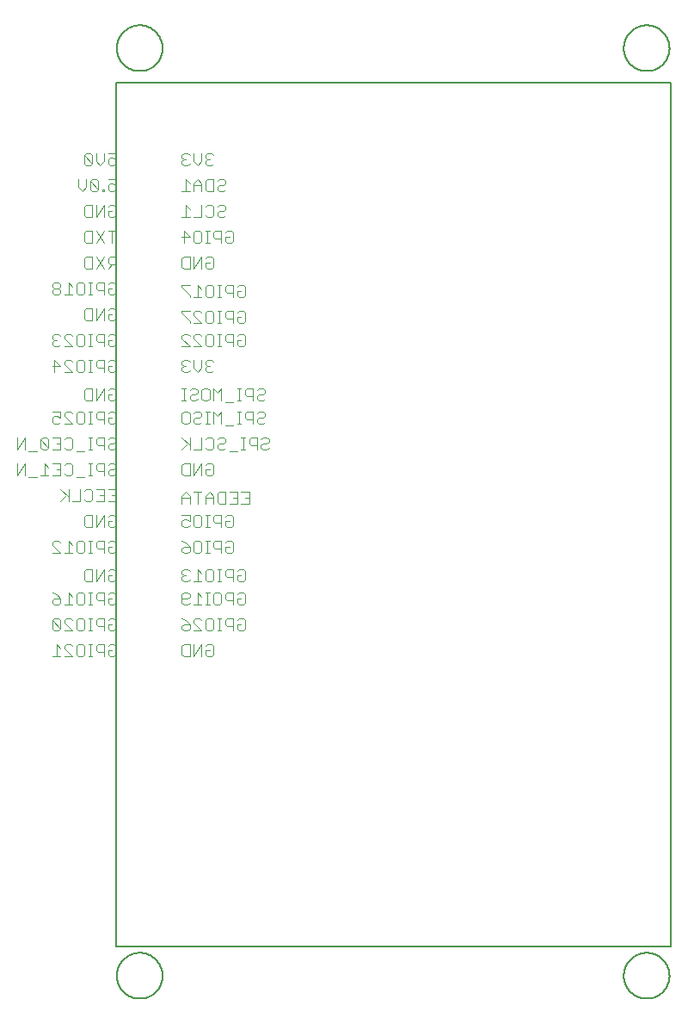
<source format=gbr>
G04 EAGLE Gerber RS-274X export*
G75*
%MOMM*%
%FSLAX34Y34*%
%LPD*%
%INSilkscreen Bottom*%
%IPPOS*%
%AMOC8*
5,1,8,0,0,1.08239X$1,22.5*%
G01*
%ADD10C,0.203200*%
%ADD11C,0.127000*%
%ADD12C,0.101600*%


D10*
X11790Y-31750D02*
X11797Y-31198D01*
X11817Y-30646D01*
X11851Y-30095D01*
X11898Y-29545D01*
X11959Y-28996D01*
X12034Y-28449D01*
X12121Y-27903D01*
X12222Y-27360D01*
X12337Y-26820D01*
X12464Y-26283D01*
X12605Y-25749D01*
X12759Y-25219D01*
X12926Y-24692D01*
X13105Y-24170D01*
X13298Y-23652D01*
X13503Y-23140D01*
X13720Y-22632D01*
X13950Y-22130D01*
X14192Y-21634D01*
X14447Y-21144D01*
X14713Y-20660D01*
X14991Y-20183D01*
X15281Y-19713D01*
X15582Y-19250D01*
X15894Y-18794D01*
X16218Y-18347D01*
X16552Y-17907D01*
X16897Y-17476D01*
X17253Y-17054D01*
X17619Y-16640D01*
X17994Y-16235D01*
X18380Y-15840D01*
X18775Y-15454D01*
X19180Y-15079D01*
X19594Y-14713D01*
X20016Y-14357D01*
X20447Y-14012D01*
X20887Y-13678D01*
X21334Y-13354D01*
X21790Y-13042D01*
X22253Y-12741D01*
X22723Y-12451D01*
X23200Y-12173D01*
X23684Y-11907D01*
X24174Y-11652D01*
X24670Y-11410D01*
X25172Y-11180D01*
X25680Y-10963D01*
X26192Y-10758D01*
X26710Y-10565D01*
X27232Y-10386D01*
X27759Y-10219D01*
X28289Y-10065D01*
X28823Y-9924D01*
X29360Y-9797D01*
X29900Y-9682D01*
X30443Y-9581D01*
X30989Y-9494D01*
X31536Y-9419D01*
X32085Y-9358D01*
X32635Y-9311D01*
X33186Y-9277D01*
X33738Y-9257D01*
X34290Y-9250D01*
X34842Y-9257D01*
X35394Y-9277D01*
X35945Y-9311D01*
X36495Y-9358D01*
X37044Y-9419D01*
X37591Y-9494D01*
X38137Y-9581D01*
X38680Y-9682D01*
X39220Y-9797D01*
X39757Y-9924D01*
X40291Y-10065D01*
X40821Y-10219D01*
X41348Y-10386D01*
X41870Y-10565D01*
X42388Y-10758D01*
X42900Y-10963D01*
X43408Y-11180D01*
X43910Y-11410D01*
X44406Y-11652D01*
X44896Y-11907D01*
X45380Y-12173D01*
X45857Y-12451D01*
X46327Y-12741D01*
X46790Y-13042D01*
X47246Y-13354D01*
X47693Y-13678D01*
X48133Y-14012D01*
X48564Y-14357D01*
X48986Y-14713D01*
X49400Y-15079D01*
X49805Y-15454D01*
X50200Y-15840D01*
X50586Y-16235D01*
X50961Y-16640D01*
X51327Y-17054D01*
X51683Y-17476D01*
X52028Y-17907D01*
X52362Y-18347D01*
X52686Y-18794D01*
X52998Y-19250D01*
X53299Y-19713D01*
X53589Y-20183D01*
X53867Y-20660D01*
X54133Y-21144D01*
X54388Y-21634D01*
X54630Y-22130D01*
X54860Y-22632D01*
X55077Y-23140D01*
X55282Y-23652D01*
X55475Y-24170D01*
X55654Y-24692D01*
X55821Y-25219D01*
X55975Y-25749D01*
X56116Y-26283D01*
X56243Y-26820D01*
X56358Y-27360D01*
X56459Y-27903D01*
X56546Y-28449D01*
X56621Y-28996D01*
X56682Y-29545D01*
X56729Y-30095D01*
X56763Y-30646D01*
X56783Y-31198D01*
X56790Y-31750D01*
X56783Y-32302D01*
X56763Y-32854D01*
X56729Y-33405D01*
X56682Y-33955D01*
X56621Y-34504D01*
X56546Y-35051D01*
X56459Y-35597D01*
X56358Y-36140D01*
X56243Y-36680D01*
X56116Y-37217D01*
X55975Y-37751D01*
X55821Y-38281D01*
X55654Y-38808D01*
X55475Y-39330D01*
X55282Y-39848D01*
X55077Y-40360D01*
X54860Y-40868D01*
X54630Y-41370D01*
X54388Y-41866D01*
X54133Y-42356D01*
X53867Y-42840D01*
X53589Y-43317D01*
X53299Y-43787D01*
X52998Y-44250D01*
X52686Y-44706D01*
X52362Y-45153D01*
X52028Y-45593D01*
X51683Y-46024D01*
X51327Y-46446D01*
X50961Y-46860D01*
X50586Y-47265D01*
X50200Y-47660D01*
X49805Y-48046D01*
X49400Y-48421D01*
X48986Y-48787D01*
X48564Y-49143D01*
X48133Y-49488D01*
X47693Y-49822D01*
X47246Y-50146D01*
X46790Y-50458D01*
X46327Y-50759D01*
X45857Y-51049D01*
X45380Y-51327D01*
X44896Y-51593D01*
X44406Y-51848D01*
X43910Y-52090D01*
X43408Y-52320D01*
X42900Y-52537D01*
X42388Y-52742D01*
X41870Y-52935D01*
X41348Y-53114D01*
X40821Y-53281D01*
X40291Y-53435D01*
X39757Y-53576D01*
X39220Y-53703D01*
X38680Y-53818D01*
X38137Y-53919D01*
X37591Y-54006D01*
X37044Y-54081D01*
X36495Y-54142D01*
X35945Y-54189D01*
X35394Y-54223D01*
X34842Y-54243D01*
X34290Y-54250D01*
X33738Y-54243D01*
X33186Y-54223D01*
X32635Y-54189D01*
X32085Y-54142D01*
X31536Y-54081D01*
X30989Y-54006D01*
X30443Y-53919D01*
X29900Y-53818D01*
X29360Y-53703D01*
X28823Y-53576D01*
X28289Y-53435D01*
X27759Y-53281D01*
X27232Y-53114D01*
X26710Y-52935D01*
X26192Y-52742D01*
X25680Y-52537D01*
X25172Y-52320D01*
X24670Y-52090D01*
X24174Y-51848D01*
X23684Y-51593D01*
X23200Y-51327D01*
X22723Y-51049D01*
X22253Y-50759D01*
X21790Y-50458D01*
X21334Y-50146D01*
X20887Y-49822D01*
X20447Y-49488D01*
X20016Y-49143D01*
X19594Y-48787D01*
X19180Y-48421D01*
X18775Y-48046D01*
X18380Y-47660D01*
X17994Y-47265D01*
X17619Y-46860D01*
X17253Y-46446D01*
X16897Y-46024D01*
X16552Y-45593D01*
X16218Y-45153D01*
X15894Y-44706D01*
X15582Y-44250D01*
X15281Y-43787D01*
X14991Y-43317D01*
X14713Y-42840D01*
X14447Y-42356D01*
X14192Y-41866D01*
X13950Y-41370D01*
X13720Y-40868D01*
X13503Y-40360D01*
X13298Y-39848D01*
X13105Y-39330D01*
X12926Y-38808D01*
X12759Y-38281D01*
X12605Y-37751D01*
X12464Y-37217D01*
X12337Y-36680D01*
X12222Y-36140D01*
X12121Y-35597D01*
X12034Y-35051D01*
X11959Y-34504D01*
X11898Y-33955D01*
X11851Y-33405D01*
X11817Y-32854D01*
X11797Y-32302D01*
X11790Y-31750D01*
X510900Y880110D02*
X510907Y880662D01*
X510927Y881214D01*
X510961Y881765D01*
X511008Y882315D01*
X511069Y882864D01*
X511144Y883411D01*
X511231Y883957D01*
X511332Y884500D01*
X511447Y885040D01*
X511574Y885577D01*
X511715Y886111D01*
X511869Y886641D01*
X512036Y887168D01*
X512215Y887690D01*
X512408Y888208D01*
X512613Y888720D01*
X512830Y889228D01*
X513060Y889730D01*
X513302Y890226D01*
X513557Y890716D01*
X513823Y891200D01*
X514101Y891677D01*
X514391Y892147D01*
X514692Y892610D01*
X515004Y893066D01*
X515328Y893513D01*
X515662Y893953D01*
X516007Y894384D01*
X516363Y894806D01*
X516729Y895220D01*
X517104Y895625D01*
X517490Y896020D01*
X517885Y896406D01*
X518290Y896781D01*
X518704Y897147D01*
X519126Y897503D01*
X519557Y897848D01*
X519997Y898182D01*
X520444Y898506D01*
X520900Y898818D01*
X521363Y899119D01*
X521833Y899409D01*
X522310Y899687D01*
X522794Y899953D01*
X523284Y900208D01*
X523780Y900450D01*
X524282Y900680D01*
X524790Y900897D01*
X525302Y901102D01*
X525820Y901295D01*
X526342Y901474D01*
X526869Y901641D01*
X527399Y901795D01*
X527933Y901936D01*
X528470Y902063D01*
X529010Y902178D01*
X529553Y902279D01*
X530099Y902366D01*
X530646Y902441D01*
X531195Y902502D01*
X531745Y902549D01*
X532296Y902583D01*
X532848Y902603D01*
X533400Y902610D01*
X533952Y902603D01*
X534504Y902583D01*
X535055Y902549D01*
X535605Y902502D01*
X536154Y902441D01*
X536701Y902366D01*
X537247Y902279D01*
X537790Y902178D01*
X538330Y902063D01*
X538867Y901936D01*
X539401Y901795D01*
X539931Y901641D01*
X540458Y901474D01*
X540980Y901295D01*
X541498Y901102D01*
X542010Y900897D01*
X542518Y900680D01*
X543020Y900450D01*
X543516Y900208D01*
X544006Y899953D01*
X544490Y899687D01*
X544967Y899409D01*
X545437Y899119D01*
X545900Y898818D01*
X546356Y898506D01*
X546803Y898182D01*
X547243Y897848D01*
X547674Y897503D01*
X548096Y897147D01*
X548510Y896781D01*
X548915Y896406D01*
X549310Y896020D01*
X549696Y895625D01*
X550071Y895220D01*
X550437Y894806D01*
X550793Y894384D01*
X551138Y893953D01*
X551472Y893513D01*
X551796Y893066D01*
X552108Y892610D01*
X552409Y892147D01*
X552699Y891677D01*
X552977Y891200D01*
X553243Y890716D01*
X553498Y890226D01*
X553740Y889730D01*
X553970Y889228D01*
X554187Y888720D01*
X554392Y888208D01*
X554585Y887690D01*
X554764Y887168D01*
X554931Y886641D01*
X555085Y886111D01*
X555226Y885577D01*
X555353Y885040D01*
X555468Y884500D01*
X555569Y883957D01*
X555656Y883411D01*
X555731Y882864D01*
X555792Y882315D01*
X555839Y881765D01*
X555873Y881214D01*
X555893Y880662D01*
X555900Y880110D01*
X555893Y879558D01*
X555873Y879006D01*
X555839Y878455D01*
X555792Y877905D01*
X555731Y877356D01*
X555656Y876809D01*
X555569Y876263D01*
X555468Y875720D01*
X555353Y875180D01*
X555226Y874643D01*
X555085Y874109D01*
X554931Y873579D01*
X554764Y873052D01*
X554585Y872530D01*
X554392Y872012D01*
X554187Y871500D01*
X553970Y870992D01*
X553740Y870490D01*
X553498Y869994D01*
X553243Y869504D01*
X552977Y869020D01*
X552699Y868543D01*
X552409Y868073D01*
X552108Y867610D01*
X551796Y867154D01*
X551472Y866707D01*
X551138Y866267D01*
X550793Y865836D01*
X550437Y865414D01*
X550071Y865000D01*
X549696Y864595D01*
X549310Y864200D01*
X548915Y863814D01*
X548510Y863439D01*
X548096Y863073D01*
X547674Y862717D01*
X547243Y862372D01*
X546803Y862038D01*
X546356Y861714D01*
X545900Y861402D01*
X545437Y861101D01*
X544967Y860811D01*
X544490Y860533D01*
X544006Y860267D01*
X543516Y860012D01*
X543020Y859770D01*
X542518Y859540D01*
X542010Y859323D01*
X541498Y859118D01*
X540980Y858925D01*
X540458Y858746D01*
X539931Y858579D01*
X539401Y858425D01*
X538867Y858284D01*
X538330Y858157D01*
X537790Y858042D01*
X537247Y857941D01*
X536701Y857854D01*
X536154Y857779D01*
X535605Y857718D01*
X535055Y857671D01*
X534504Y857637D01*
X533952Y857617D01*
X533400Y857610D01*
X532848Y857617D01*
X532296Y857637D01*
X531745Y857671D01*
X531195Y857718D01*
X530646Y857779D01*
X530099Y857854D01*
X529553Y857941D01*
X529010Y858042D01*
X528470Y858157D01*
X527933Y858284D01*
X527399Y858425D01*
X526869Y858579D01*
X526342Y858746D01*
X525820Y858925D01*
X525302Y859118D01*
X524790Y859323D01*
X524282Y859540D01*
X523780Y859770D01*
X523284Y860012D01*
X522794Y860267D01*
X522310Y860533D01*
X521833Y860811D01*
X521363Y861101D01*
X520900Y861402D01*
X520444Y861714D01*
X519997Y862038D01*
X519557Y862372D01*
X519126Y862717D01*
X518704Y863073D01*
X518290Y863439D01*
X517885Y863814D01*
X517490Y864200D01*
X517104Y864595D01*
X516729Y865000D01*
X516363Y865414D01*
X516007Y865836D01*
X515662Y866267D01*
X515328Y866707D01*
X515004Y867154D01*
X514692Y867610D01*
X514391Y868073D01*
X514101Y868543D01*
X513823Y869020D01*
X513557Y869504D01*
X513302Y869994D01*
X513060Y870490D01*
X512830Y870992D01*
X512613Y871500D01*
X512408Y872012D01*
X512215Y872530D01*
X512036Y873052D01*
X511869Y873579D01*
X511715Y874109D01*
X511574Y874643D01*
X511447Y875180D01*
X511332Y875720D01*
X511231Y876263D01*
X511144Y876809D01*
X511069Y877356D01*
X511008Y877905D01*
X510961Y878455D01*
X510927Y879006D01*
X510907Y879558D01*
X510900Y880110D01*
X510900Y-31750D02*
X510907Y-31198D01*
X510927Y-30646D01*
X510961Y-30095D01*
X511008Y-29545D01*
X511069Y-28996D01*
X511144Y-28449D01*
X511231Y-27903D01*
X511332Y-27360D01*
X511447Y-26820D01*
X511574Y-26283D01*
X511715Y-25749D01*
X511869Y-25219D01*
X512036Y-24692D01*
X512215Y-24170D01*
X512408Y-23652D01*
X512613Y-23140D01*
X512830Y-22632D01*
X513060Y-22130D01*
X513302Y-21634D01*
X513557Y-21144D01*
X513823Y-20660D01*
X514101Y-20183D01*
X514391Y-19713D01*
X514692Y-19250D01*
X515004Y-18794D01*
X515328Y-18347D01*
X515662Y-17907D01*
X516007Y-17476D01*
X516363Y-17054D01*
X516729Y-16640D01*
X517104Y-16235D01*
X517490Y-15840D01*
X517885Y-15454D01*
X518290Y-15079D01*
X518704Y-14713D01*
X519126Y-14357D01*
X519557Y-14012D01*
X519997Y-13678D01*
X520444Y-13354D01*
X520900Y-13042D01*
X521363Y-12741D01*
X521833Y-12451D01*
X522310Y-12173D01*
X522794Y-11907D01*
X523284Y-11652D01*
X523780Y-11410D01*
X524282Y-11180D01*
X524790Y-10963D01*
X525302Y-10758D01*
X525820Y-10565D01*
X526342Y-10386D01*
X526869Y-10219D01*
X527399Y-10065D01*
X527933Y-9924D01*
X528470Y-9797D01*
X529010Y-9682D01*
X529553Y-9581D01*
X530099Y-9494D01*
X530646Y-9419D01*
X531195Y-9358D01*
X531745Y-9311D01*
X532296Y-9277D01*
X532848Y-9257D01*
X533400Y-9250D01*
X533952Y-9257D01*
X534504Y-9277D01*
X535055Y-9311D01*
X535605Y-9358D01*
X536154Y-9419D01*
X536701Y-9494D01*
X537247Y-9581D01*
X537790Y-9682D01*
X538330Y-9797D01*
X538867Y-9924D01*
X539401Y-10065D01*
X539931Y-10219D01*
X540458Y-10386D01*
X540980Y-10565D01*
X541498Y-10758D01*
X542010Y-10963D01*
X542518Y-11180D01*
X543020Y-11410D01*
X543516Y-11652D01*
X544006Y-11907D01*
X544490Y-12173D01*
X544967Y-12451D01*
X545437Y-12741D01*
X545900Y-13042D01*
X546356Y-13354D01*
X546803Y-13678D01*
X547243Y-14012D01*
X547674Y-14357D01*
X548096Y-14713D01*
X548510Y-15079D01*
X548915Y-15454D01*
X549310Y-15840D01*
X549696Y-16235D01*
X550071Y-16640D01*
X550437Y-17054D01*
X550793Y-17476D01*
X551138Y-17907D01*
X551472Y-18347D01*
X551796Y-18794D01*
X552108Y-19250D01*
X552409Y-19713D01*
X552699Y-20183D01*
X552977Y-20660D01*
X553243Y-21144D01*
X553498Y-21634D01*
X553740Y-22130D01*
X553970Y-22632D01*
X554187Y-23140D01*
X554392Y-23652D01*
X554585Y-24170D01*
X554764Y-24692D01*
X554931Y-25219D01*
X555085Y-25749D01*
X555226Y-26283D01*
X555353Y-26820D01*
X555468Y-27360D01*
X555569Y-27903D01*
X555656Y-28449D01*
X555731Y-28996D01*
X555792Y-29545D01*
X555839Y-30095D01*
X555873Y-30646D01*
X555893Y-31198D01*
X555900Y-31750D01*
X555893Y-32302D01*
X555873Y-32854D01*
X555839Y-33405D01*
X555792Y-33955D01*
X555731Y-34504D01*
X555656Y-35051D01*
X555569Y-35597D01*
X555468Y-36140D01*
X555353Y-36680D01*
X555226Y-37217D01*
X555085Y-37751D01*
X554931Y-38281D01*
X554764Y-38808D01*
X554585Y-39330D01*
X554392Y-39848D01*
X554187Y-40360D01*
X553970Y-40868D01*
X553740Y-41370D01*
X553498Y-41866D01*
X553243Y-42356D01*
X552977Y-42840D01*
X552699Y-43317D01*
X552409Y-43787D01*
X552108Y-44250D01*
X551796Y-44706D01*
X551472Y-45153D01*
X551138Y-45593D01*
X550793Y-46024D01*
X550437Y-46446D01*
X550071Y-46860D01*
X549696Y-47265D01*
X549310Y-47660D01*
X548915Y-48046D01*
X548510Y-48421D01*
X548096Y-48787D01*
X547674Y-49143D01*
X547243Y-49488D01*
X546803Y-49822D01*
X546356Y-50146D01*
X545900Y-50458D01*
X545437Y-50759D01*
X544967Y-51049D01*
X544490Y-51327D01*
X544006Y-51593D01*
X543516Y-51848D01*
X543020Y-52090D01*
X542518Y-52320D01*
X542010Y-52537D01*
X541498Y-52742D01*
X540980Y-52935D01*
X540458Y-53114D01*
X539931Y-53281D01*
X539401Y-53435D01*
X538867Y-53576D01*
X538330Y-53703D01*
X537790Y-53818D01*
X537247Y-53919D01*
X536701Y-54006D01*
X536154Y-54081D01*
X535605Y-54142D01*
X535055Y-54189D01*
X534504Y-54223D01*
X533952Y-54243D01*
X533400Y-54250D01*
X532848Y-54243D01*
X532296Y-54223D01*
X531745Y-54189D01*
X531195Y-54142D01*
X530646Y-54081D01*
X530099Y-54006D01*
X529553Y-53919D01*
X529010Y-53818D01*
X528470Y-53703D01*
X527933Y-53576D01*
X527399Y-53435D01*
X526869Y-53281D01*
X526342Y-53114D01*
X525820Y-52935D01*
X525302Y-52742D01*
X524790Y-52537D01*
X524282Y-52320D01*
X523780Y-52090D01*
X523284Y-51848D01*
X522794Y-51593D01*
X522310Y-51327D01*
X521833Y-51049D01*
X521363Y-50759D01*
X520900Y-50458D01*
X520444Y-50146D01*
X519997Y-49822D01*
X519557Y-49488D01*
X519126Y-49143D01*
X518704Y-48787D01*
X518290Y-48421D01*
X517885Y-48046D01*
X517490Y-47660D01*
X517104Y-47265D01*
X516729Y-46860D01*
X516363Y-46446D01*
X516007Y-46024D01*
X515662Y-45593D01*
X515328Y-45153D01*
X515004Y-44706D01*
X514692Y-44250D01*
X514391Y-43787D01*
X514101Y-43317D01*
X513823Y-42840D01*
X513557Y-42356D01*
X513302Y-41866D01*
X513060Y-41370D01*
X512830Y-40868D01*
X512613Y-40360D01*
X512408Y-39848D01*
X512215Y-39330D01*
X512036Y-38808D01*
X511869Y-38281D01*
X511715Y-37751D01*
X511574Y-37217D01*
X511447Y-36680D01*
X511332Y-36140D01*
X511231Y-35597D01*
X511144Y-35051D01*
X511069Y-34504D01*
X511008Y-33955D01*
X510961Y-33405D01*
X510927Y-32854D01*
X510907Y-32302D01*
X510900Y-31750D01*
D11*
X557480Y845840D02*
X11480Y845840D01*
X11480Y-3160D01*
X557480Y-3160D01*
X557480Y845840D01*
D10*
X11790Y880110D02*
X11797Y880662D01*
X11817Y881214D01*
X11851Y881765D01*
X11898Y882315D01*
X11959Y882864D01*
X12034Y883411D01*
X12121Y883957D01*
X12222Y884500D01*
X12337Y885040D01*
X12464Y885577D01*
X12605Y886111D01*
X12759Y886641D01*
X12926Y887168D01*
X13105Y887690D01*
X13298Y888208D01*
X13503Y888720D01*
X13720Y889228D01*
X13950Y889730D01*
X14192Y890226D01*
X14447Y890716D01*
X14713Y891200D01*
X14991Y891677D01*
X15281Y892147D01*
X15582Y892610D01*
X15894Y893066D01*
X16218Y893513D01*
X16552Y893953D01*
X16897Y894384D01*
X17253Y894806D01*
X17619Y895220D01*
X17994Y895625D01*
X18380Y896020D01*
X18775Y896406D01*
X19180Y896781D01*
X19594Y897147D01*
X20016Y897503D01*
X20447Y897848D01*
X20887Y898182D01*
X21334Y898506D01*
X21790Y898818D01*
X22253Y899119D01*
X22723Y899409D01*
X23200Y899687D01*
X23684Y899953D01*
X24174Y900208D01*
X24670Y900450D01*
X25172Y900680D01*
X25680Y900897D01*
X26192Y901102D01*
X26710Y901295D01*
X27232Y901474D01*
X27759Y901641D01*
X28289Y901795D01*
X28823Y901936D01*
X29360Y902063D01*
X29900Y902178D01*
X30443Y902279D01*
X30989Y902366D01*
X31536Y902441D01*
X32085Y902502D01*
X32635Y902549D01*
X33186Y902583D01*
X33738Y902603D01*
X34290Y902610D01*
X34842Y902603D01*
X35394Y902583D01*
X35945Y902549D01*
X36495Y902502D01*
X37044Y902441D01*
X37591Y902366D01*
X38137Y902279D01*
X38680Y902178D01*
X39220Y902063D01*
X39757Y901936D01*
X40291Y901795D01*
X40821Y901641D01*
X41348Y901474D01*
X41870Y901295D01*
X42388Y901102D01*
X42900Y900897D01*
X43408Y900680D01*
X43910Y900450D01*
X44406Y900208D01*
X44896Y899953D01*
X45380Y899687D01*
X45857Y899409D01*
X46327Y899119D01*
X46790Y898818D01*
X47246Y898506D01*
X47693Y898182D01*
X48133Y897848D01*
X48564Y897503D01*
X48986Y897147D01*
X49400Y896781D01*
X49805Y896406D01*
X50200Y896020D01*
X50586Y895625D01*
X50961Y895220D01*
X51327Y894806D01*
X51683Y894384D01*
X52028Y893953D01*
X52362Y893513D01*
X52686Y893066D01*
X52998Y892610D01*
X53299Y892147D01*
X53589Y891677D01*
X53867Y891200D01*
X54133Y890716D01*
X54388Y890226D01*
X54630Y889730D01*
X54860Y889228D01*
X55077Y888720D01*
X55282Y888208D01*
X55475Y887690D01*
X55654Y887168D01*
X55821Y886641D01*
X55975Y886111D01*
X56116Y885577D01*
X56243Y885040D01*
X56358Y884500D01*
X56459Y883957D01*
X56546Y883411D01*
X56621Y882864D01*
X56682Y882315D01*
X56729Y881765D01*
X56763Y881214D01*
X56783Y880662D01*
X56790Y880110D01*
X56783Y879558D01*
X56763Y879006D01*
X56729Y878455D01*
X56682Y877905D01*
X56621Y877356D01*
X56546Y876809D01*
X56459Y876263D01*
X56358Y875720D01*
X56243Y875180D01*
X56116Y874643D01*
X55975Y874109D01*
X55821Y873579D01*
X55654Y873052D01*
X55475Y872530D01*
X55282Y872012D01*
X55077Y871500D01*
X54860Y870992D01*
X54630Y870490D01*
X54388Y869994D01*
X54133Y869504D01*
X53867Y869020D01*
X53589Y868543D01*
X53299Y868073D01*
X52998Y867610D01*
X52686Y867154D01*
X52362Y866707D01*
X52028Y866267D01*
X51683Y865836D01*
X51327Y865414D01*
X50961Y865000D01*
X50586Y864595D01*
X50200Y864200D01*
X49805Y863814D01*
X49400Y863439D01*
X48986Y863073D01*
X48564Y862717D01*
X48133Y862372D01*
X47693Y862038D01*
X47246Y861714D01*
X46790Y861402D01*
X46327Y861101D01*
X45857Y860811D01*
X45380Y860533D01*
X44896Y860267D01*
X44406Y860012D01*
X43910Y859770D01*
X43408Y859540D01*
X42900Y859323D01*
X42388Y859118D01*
X41870Y858925D01*
X41348Y858746D01*
X40821Y858579D01*
X40291Y858425D01*
X39757Y858284D01*
X39220Y858157D01*
X38680Y858042D01*
X38137Y857941D01*
X37591Y857854D01*
X37044Y857779D01*
X36495Y857718D01*
X35945Y857671D01*
X35394Y857637D01*
X34842Y857617D01*
X34290Y857610D01*
X33738Y857617D01*
X33186Y857637D01*
X32635Y857671D01*
X32085Y857718D01*
X31536Y857779D01*
X30989Y857854D01*
X30443Y857941D01*
X29900Y858042D01*
X29360Y858157D01*
X28823Y858284D01*
X28289Y858425D01*
X27759Y858579D01*
X27232Y858746D01*
X26710Y858925D01*
X26192Y859118D01*
X25680Y859323D01*
X25172Y859540D01*
X24670Y859770D01*
X24174Y860012D01*
X23684Y860267D01*
X23200Y860533D01*
X22723Y860811D01*
X22253Y861101D01*
X21790Y861402D01*
X21334Y861714D01*
X20887Y862038D01*
X20447Y862372D01*
X20016Y862717D01*
X19594Y863073D01*
X19180Y863439D01*
X18775Y863814D01*
X18380Y864200D01*
X17994Y864595D01*
X17619Y865000D01*
X17253Y865414D01*
X16897Y865836D01*
X16552Y866267D01*
X16218Y866707D01*
X15894Y867154D01*
X15582Y867610D01*
X15281Y868073D01*
X14991Y868543D01*
X14713Y869020D01*
X14447Y869504D01*
X14192Y869994D01*
X13950Y870490D01*
X13720Y870992D01*
X13503Y871500D01*
X13298Y872012D01*
X13105Y872530D01*
X12926Y873052D01*
X12759Y873579D01*
X12605Y874109D01*
X12464Y874643D01*
X12337Y875180D01*
X12222Y875720D01*
X12121Y876263D01*
X12034Y876809D01*
X11959Y877356D01*
X11898Y877905D01*
X11851Y878455D01*
X11817Y879006D01*
X11797Y879558D01*
X11790Y880110D01*
D12*
X10852Y776742D02*
X3056Y776742D01*
X10852Y776742D02*
X10852Y770895D01*
X6954Y772844D01*
X5005Y772844D01*
X3056Y770895D01*
X3056Y766997D01*
X5005Y765048D01*
X8903Y765048D01*
X10852Y766997D01*
X-842Y768946D02*
X-842Y776742D01*
X-842Y768946D02*
X-4740Y765048D01*
X-8638Y768946D01*
X-8638Y776742D01*
X-12536Y774793D02*
X-12536Y766997D01*
X-12536Y774793D02*
X-14485Y776742D01*
X-18383Y776742D01*
X-20332Y774793D01*
X-20332Y766997D01*
X-18383Y765048D01*
X-14485Y765048D01*
X-12536Y766997D01*
X-20332Y774793D01*
X3056Y751342D02*
X10852Y751342D01*
X10852Y745495D01*
X6954Y747444D01*
X5005Y747444D01*
X3056Y745495D01*
X3056Y741597D01*
X5005Y739648D01*
X8903Y739648D01*
X10852Y741597D01*
X-842Y741597D02*
X-842Y739648D01*
X-842Y741597D02*
X-2791Y741597D01*
X-2791Y739648D01*
X-842Y739648D01*
X-6689Y741597D02*
X-6689Y749393D01*
X-8638Y751342D01*
X-12536Y751342D01*
X-14485Y749393D01*
X-14485Y741597D01*
X-12536Y739648D01*
X-8638Y739648D01*
X-6689Y741597D01*
X-14485Y749393D01*
X-18383Y751342D02*
X-18383Y743546D01*
X-22281Y739648D01*
X-26179Y743546D01*
X-26179Y751342D01*
X3056Y723993D02*
X5005Y725942D01*
X8903Y725942D01*
X10852Y723993D01*
X10852Y716197D01*
X8903Y714248D01*
X5005Y714248D01*
X3056Y716197D01*
X3056Y720095D01*
X6954Y720095D01*
X-842Y714248D02*
X-842Y725942D01*
X-8638Y714248D01*
X-8638Y725942D01*
X-12536Y725942D02*
X-12536Y714248D01*
X-18383Y714248D01*
X-20332Y716197D01*
X-20332Y723993D01*
X-18383Y725942D01*
X-12536Y725942D01*
X6954Y700542D02*
X6954Y688848D01*
X10852Y700542D02*
X3056Y700542D01*
X-842Y700542D02*
X-8638Y688848D01*
X-842Y688848D02*
X-8638Y700542D01*
X-12536Y700542D02*
X-12536Y688848D01*
X-18383Y688848D01*
X-20332Y690797D01*
X-20332Y698593D01*
X-18383Y700542D01*
X-12536Y700542D01*
X10852Y675142D02*
X10852Y663448D01*
X10852Y675142D02*
X5005Y675142D01*
X3056Y673193D01*
X3056Y669295D01*
X5005Y667346D01*
X10852Y667346D01*
X6954Y667346D02*
X3056Y663448D01*
X-8638Y663448D02*
X-842Y675142D01*
X-8638Y675142D02*
X-842Y663448D01*
X-12536Y663448D02*
X-12536Y675142D01*
X-12536Y663448D02*
X-18383Y663448D01*
X-20332Y665397D01*
X-20332Y673193D01*
X-18383Y675142D01*
X-12536Y675142D01*
X5005Y649742D02*
X3056Y647793D01*
X5005Y649742D02*
X8903Y649742D01*
X10852Y647793D01*
X10852Y639997D01*
X8903Y638048D01*
X5005Y638048D01*
X3056Y639997D01*
X3056Y643895D01*
X6954Y643895D01*
X-842Y638048D02*
X-842Y649742D01*
X-6689Y649742D01*
X-8638Y647793D01*
X-8638Y643895D01*
X-6689Y641946D01*
X-842Y641946D01*
X-12536Y638048D02*
X-16434Y638048D01*
X-14485Y638048D02*
X-14485Y649742D01*
X-12536Y649742D02*
X-16434Y649742D01*
X-22281Y649742D02*
X-26179Y649742D01*
X-22281Y649742D02*
X-20332Y647793D01*
X-20332Y639997D01*
X-22281Y638048D01*
X-26179Y638048D01*
X-28128Y639997D01*
X-28128Y647793D01*
X-26179Y649742D01*
X-32026Y645844D02*
X-35924Y649742D01*
X-35924Y638048D01*
X-32026Y638048D02*
X-39822Y638048D01*
X-43720Y647793D02*
X-45669Y649742D01*
X-49567Y649742D01*
X-51516Y647793D01*
X-51516Y645844D01*
X-49567Y643895D01*
X-51516Y641946D01*
X-51516Y639997D01*
X-49567Y638048D01*
X-45669Y638048D01*
X-43720Y639997D01*
X-43720Y641946D01*
X-45669Y643895D01*
X-43720Y645844D01*
X-43720Y647793D01*
X-45669Y643895D02*
X-49567Y643895D01*
X3056Y622393D02*
X5005Y624342D01*
X8903Y624342D01*
X10852Y622393D01*
X10852Y614597D01*
X8903Y612648D01*
X5005Y612648D01*
X3056Y614597D01*
X3056Y618495D01*
X6954Y618495D01*
X-842Y612648D02*
X-842Y624342D01*
X-8638Y612648D01*
X-8638Y624342D01*
X-12536Y624342D02*
X-12536Y612648D01*
X-18383Y612648D01*
X-20332Y614597D01*
X-20332Y622393D01*
X-18383Y624342D01*
X-12536Y624342D01*
X5005Y598942D02*
X3056Y596993D01*
X5005Y598942D02*
X8903Y598942D01*
X10852Y596993D01*
X10852Y589197D01*
X8903Y587248D01*
X5005Y587248D01*
X3056Y589197D01*
X3056Y593095D01*
X6954Y593095D01*
X-842Y587248D02*
X-842Y598942D01*
X-6689Y598942D01*
X-8638Y596993D01*
X-8638Y593095D01*
X-6689Y591146D01*
X-842Y591146D01*
X-12536Y587248D02*
X-16434Y587248D01*
X-14485Y587248D02*
X-14485Y598942D01*
X-12536Y598942D02*
X-16434Y598942D01*
X-22281Y598942D02*
X-26179Y598942D01*
X-22281Y598942D02*
X-20332Y596993D01*
X-20332Y589197D01*
X-22281Y587248D01*
X-26179Y587248D01*
X-28128Y589197D01*
X-28128Y596993D01*
X-26179Y598942D01*
X-32026Y587248D02*
X-39822Y587248D01*
X-32026Y587248D02*
X-39822Y595044D01*
X-39822Y596993D01*
X-37873Y598942D01*
X-33975Y598942D01*
X-32026Y596993D01*
X-43720Y596993D02*
X-45669Y598942D01*
X-49567Y598942D01*
X-51516Y596993D01*
X-51516Y595044D01*
X-49567Y593095D01*
X-47618Y593095D01*
X-49567Y593095D02*
X-51516Y591146D01*
X-51516Y589197D01*
X-49567Y587248D01*
X-45669Y587248D01*
X-43720Y589197D01*
X3056Y571593D02*
X5005Y573542D01*
X8903Y573542D01*
X10852Y571593D01*
X10852Y563797D01*
X8903Y561848D01*
X5005Y561848D01*
X3056Y563797D01*
X3056Y567695D01*
X6954Y567695D01*
X-842Y561848D02*
X-842Y573542D01*
X-6689Y573542D01*
X-8638Y571593D01*
X-8638Y567695D01*
X-6689Y565746D01*
X-842Y565746D01*
X-12536Y561848D02*
X-16434Y561848D01*
X-14485Y561848D02*
X-14485Y573542D01*
X-12536Y573542D02*
X-16434Y573542D01*
X-22281Y573542D02*
X-26179Y573542D01*
X-22281Y573542D02*
X-20332Y571593D01*
X-20332Y563797D01*
X-22281Y561848D01*
X-26179Y561848D01*
X-28128Y563797D01*
X-28128Y571593D01*
X-26179Y573542D01*
X-32026Y561848D02*
X-39822Y561848D01*
X-32026Y561848D02*
X-39822Y569644D01*
X-39822Y571593D01*
X-37873Y573542D01*
X-33975Y573542D01*
X-32026Y571593D01*
X-49567Y573542D02*
X-49567Y561848D01*
X-43720Y567695D02*
X-49567Y573542D01*
X-51516Y567695D02*
X-43720Y567695D01*
X3056Y543653D02*
X5005Y545602D01*
X8903Y545602D01*
X10852Y543653D01*
X10852Y535857D01*
X8903Y533908D01*
X5005Y533908D01*
X3056Y535857D01*
X3056Y539755D01*
X6954Y539755D01*
X-842Y533908D02*
X-842Y545602D01*
X-8638Y533908D01*
X-8638Y545602D01*
X-12536Y545602D02*
X-12536Y533908D01*
X-18383Y533908D01*
X-20332Y535857D01*
X-20332Y543653D01*
X-18383Y545602D01*
X-12536Y545602D01*
X5005Y522742D02*
X3056Y520793D01*
X5005Y522742D02*
X8903Y522742D01*
X10852Y520793D01*
X10852Y512997D01*
X8903Y511048D01*
X5005Y511048D01*
X3056Y512997D01*
X3056Y516895D01*
X6954Y516895D01*
X-842Y511048D02*
X-842Y522742D01*
X-6689Y522742D01*
X-8638Y520793D01*
X-8638Y516895D01*
X-6689Y514946D01*
X-842Y514946D01*
X-12536Y511048D02*
X-16434Y511048D01*
X-14485Y511048D02*
X-14485Y522742D01*
X-12536Y522742D02*
X-16434Y522742D01*
X-22281Y522742D02*
X-26179Y522742D01*
X-22281Y522742D02*
X-20332Y520793D01*
X-20332Y512997D01*
X-22281Y511048D01*
X-26179Y511048D01*
X-28128Y512997D01*
X-28128Y520793D01*
X-26179Y522742D01*
X-32026Y511048D02*
X-39822Y511048D01*
X-32026Y511048D02*
X-39822Y518844D01*
X-39822Y520793D01*
X-37873Y522742D01*
X-33975Y522742D01*
X-32026Y520793D01*
X-43720Y522742D02*
X-51516Y522742D01*
X-43720Y522742D02*
X-43720Y516895D01*
X-47618Y518844D01*
X-49567Y518844D01*
X-51516Y516895D01*
X-51516Y512997D01*
X-49567Y511048D01*
X-45669Y511048D01*
X-43720Y512997D01*
X3056Y495393D02*
X5005Y497342D01*
X8903Y497342D01*
X10852Y495393D01*
X10852Y493444D01*
X8903Y491495D01*
X5005Y491495D01*
X3056Y489546D01*
X3056Y487597D01*
X5005Y485648D01*
X8903Y485648D01*
X10852Y487597D01*
X-842Y485648D02*
X-842Y497342D01*
X-6689Y497342D01*
X-8638Y495393D01*
X-8638Y491495D01*
X-6689Y489546D01*
X-842Y489546D01*
X-12536Y485648D02*
X-16434Y485648D01*
X-14485Y485648D02*
X-14485Y497342D01*
X-12536Y497342D02*
X-16434Y497342D01*
X-20332Y483699D02*
X-28128Y483699D01*
X-39822Y495393D02*
X-37873Y497342D01*
X-33975Y497342D01*
X-32026Y495393D01*
X-32026Y487597D01*
X-33975Y485648D01*
X-37873Y485648D01*
X-39822Y487597D01*
X-43720Y497342D02*
X-51516Y497342D01*
X-43720Y497342D02*
X-43720Y485648D01*
X-51516Y485648D01*
X-47618Y491495D02*
X-43720Y491495D01*
X-55414Y487597D02*
X-55414Y495393D01*
X-57363Y497342D01*
X-61261Y497342D01*
X-63210Y495393D01*
X-63210Y487597D01*
X-61261Y485648D01*
X-57363Y485648D01*
X-55414Y487597D01*
X-63210Y495393D01*
X-67108Y483699D02*
X-74904Y483699D01*
X-78802Y485648D02*
X-78802Y497342D01*
X-86598Y485648D01*
X-86598Y497342D01*
X3056Y469993D02*
X5005Y471942D01*
X8903Y471942D01*
X10852Y469993D01*
X10852Y468044D01*
X8903Y466095D01*
X5005Y466095D01*
X3056Y464146D01*
X3056Y462197D01*
X5005Y460248D01*
X8903Y460248D01*
X10852Y462197D01*
X-842Y460248D02*
X-842Y471942D01*
X-6689Y471942D01*
X-8638Y469993D01*
X-8638Y466095D01*
X-6689Y464146D01*
X-842Y464146D01*
X-12536Y460248D02*
X-16434Y460248D01*
X-14485Y460248D02*
X-14485Y471942D01*
X-12536Y471942D02*
X-16434Y471942D01*
X-20332Y458299D02*
X-28128Y458299D01*
X-39822Y469993D02*
X-37873Y471942D01*
X-33975Y471942D01*
X-32026Y469993D01*
X-32026Y462197D01*
X-33975Y460248D01*
X-37873Y460248D01*
X-39822Y462197D01*
X-43720Y471942D02*
X-51516Y471942D01*
X-43720Y471942D02*
X-43720Y460248D01*
X-51516Y460248D01*
X-47618Y466095D02*
X-43720Y466095D01*
X-55414Y468044D02*
X-59312Y471942D01*
X-59312Y460248D01*
X-55414Y460248D02*
X-63210Y460248D01*
X-67108Y458299D02*
X-74904Y458299D01*
X-78802Y460248D02*
X-78802Y471942D01*
X-86598Y460248D01*
X-86598Y471942D01*
X106894Y774793D02*
X104945Y776742D01*
X101047Y776742D01*
X99098Y774793D01*
X99098Y772844D01*
X101047Y770895D01*
X102996Y770895D01*
X101047Y770895D02*
X99098Y768946D01*
X99098Y766997D01*
X101047Y765048D01*
X104945Y765048D01*
X106894Y766997D01*
X95200Y768946D02*
X95200Y776742D01*
X95200Y768946D02*
X91302Y765048D01*
X87404Y768946D01*
X87404Y776742D01*
X83506Y774793D02*
X81557Y776742D01*
X77659Y776742D01*
X75710Y774793D01*
X75710Y772844D01*
X77659Y770895D01*
X79608Y770895D01*
X77659Y770895D02*
X75710Y768946D01*
X75710Y766997D01*
X77659Y765048D01*
X81557Y765048D01*
X83506Y766997D01*
X110792Y749393D02*
X112741Y751342D01*
X116639Y751342D01*
X118588Y749393D01*
X118588Y747444D01*
X116639Y745495D01*
X112741Y745495D01*
X110792Y743546D01*
X110792Y741597D01*
X112741Y739648D01*
X116639Y739648D01*
X118588Y741597D01*
X106894Y739648D02*
X106894Y751342D01*
X106894Y739648D02*
X101047Y739648D01*
X99098Y741597D01*
X99098Y749393D01*
X101047Y751342D01*
X106894Y751342D01*
X95200Y747444D02*
X95200Y739648D01*
X95200Y747444D02*
X91302Y751342D01*
X87404Y747444D01*
X87404Y739648D01*
X87404Y745495D02*
X95200Y745495D01*
X83506Y747444D02*
X79608Y751342D01*
X79608Y739648D01*
X83506Y739648D02*
X75710Y739648D01*
X110792Y723993D02*
X112741Y725942D01*
X116639Y725942D01*
X118588Y723993D01*
X118588Y722044D01*
X116639Y720095D01*
X112741Y720095D01*
X110792Y718146D01*
X110792Y716197D01*
X112741Y714248D01*
X116639Y714248D01*
X118588Y716197D01*
X101047Y725942D02*
X99098Y723993D01*
X101047Y725942D02*
X104945Y725942D01*
X106894Y723993D01*
X106894Y716197D01*
X104945Y714248D01*
X101047Y714248D01*
X99098Y716197D01*
X95200Y714248D02*
X95200Y725942D01*
X95200Y714248D02*
X87404Y714248D01*
X83506Y722044D02*
X79608Y725942D01*
X79608Y714248D01*
X83506Y714248D02*
X75710Y714248D01*
X118588Y698593D02*
X120537Y700542D01*
X124435Y700542D01*
X126384Y698593D01*
X126384Y690797D01*
X124435Y688848D01*
X120537Y688848D01*
X118588Y690797D01*
X118588Y694695D01*
X122486Y694695D01*
X114690Y688848D02*
X114690Y700542D01*
X108843Y700542D01*
X106894Y698593D01*
X106894Y694695D01*
X108843Y692746D01*
X114690Y692746D01*
X102996Y688848D02*
X99098Y688848D01*
X101047Y688848D02*
X101047Y700542D01*
X102996Y700542D02*
X99098Y700542D01*
X93251Y700542D02*
X89353Y700542D01*
X93251Y700542D02*
X95200Y698593D01*
X95200Y690797D01*
X93251Y688848D01*
X89353Y688848D01*
X87404Y690797D01*
X87404Y698593D01*
X89353Y700542D01*
X77659Y700542D02*
X77659Y688848D01*
X83506Y694695D02*
X77659Y700542D01*
X75710Y694695D02*
X83506Y694695D01*
X101047Y675142D02*
X99098Y673193D01*
X101047Y675142D02*
X104945Y675142D01*
X106894Y673193D01*
X106894Y665397D01*
X104945Y663448D01*
X101047Y663448D01*
X99098Y665397D01*
X99098Y669295D01*
X102996Y669295D01*
X95200Y663448D02*
X95200Y675142D01*
X87404Y663448D01*
X87404Y675142D01*
X83506Y675142D02*
X83506Y663448D01*
X77659Y663448D01*
X75710Y665397D01*
X75710Y673193D01*
X77659Y675142D01*
X83506Y675142D01*
X130282Y645253D02*
X132231Y647202D01*
X136129Y647202D01*
X138078Y645253D01*
X138078Y637457D01*
X136129Y635508D01*
X132231Y635508D01*
X130282Y637457D01*
X130282Y641355D01*
X134180Y641355D01*
X126384Y635508D02*
X126384Y647202D01*
X120537Y647202D01*
X118588Y645253D01*
X118588Y641355D01*
X120537Y639406D01*
X126384Y639406D01*
X114690Y635508D02*
X110792Y635508D01*
X112741Y635508D02*
X112741Y647202D01*
X114690Y647202D02*
X110792Y647202D01*
X104945Y647202D02*
X101047Y647202D01*
X104945Y647202D02*
X106894Y645253D01*
X106894Y637457D01*
X104945Y635508D01*
X101047Y635508D01*
X99098Y637457D01*
X99098Y645253D01*
X101047Y647202D01*
X95200Y643304D02*
X91302Y647202D01*
X91302Y635508D01*
X95200Y635508D02*
X87404Y635508D01*
X83506Y647202D02*
X75710Y647202D01*
X75710Y645253D01*
X83506Y637457D01*
X83506Y635508D01*
X130282Y619853D02*
X132231Y621802D01*
X136129Y621802D01*
X138078Y619853D01*
X138078Y612057D01*
X136129Y610108D01*
X132231Y610108D01*
X130282Y612057D01*
X130282Y615955D01*
X134180Y615955D01*
X126384Y610108D02*
X126384Y621802D01*
X120537Y621802D01*
X118588Y619853D01*
X118588Y615955D01*
X120537Y614006D01*
X126384Y614006D01*
X114690Y610108D02*
X110792Y610108D01*
X112741Y610108D02*
X112741Y621802D01*
X114690Y621802D02*
X110792Y621802D01*
X104945Y621802D02*
X101047Y621802D01*
X104945Y621802D02*
X106894Y619853D01*
X106894Y612057D01*
X104945Y610108D01*
X101047Y610108D01*
X99098Y612057D01*
X99098Y619853D01*
X101047Y621802D01*
X95200Y610108D02*
X87404Y610108D01*
X95200Y610108D02*
X87404Y617904D01*
X87404Y619853D01*
X89353Y621802D01*
X93251Y621802D01*
X95200Y619853D01*
X83506Y621802D02*
X75710Y621802D01*
X75710Y619853D01*
X83506Y612057D01*
X83506Y610108D01*
X130282Y596993D02*
X132231Y598942D01*
X136129Y598942D01*
X138078Y596993D01*
X138078Y589197D01*
X136129Y587248D01*
X132231Y587248D01*
X130282Y589197D01*
X130282Y593095D01*
X134180Y593095D01*
X126384Y587248D02*
X126384Y598942D01*
X120537Y598942D01*
X118588Y596993D01*
X118588Y593095D01*
X120537Y591146D01*
X126384Y591146D01*
X114690Y587248D02*
X110792Y587248D01*
X112741Y587248D02*
X112741Y598942D01*
X114690Y598942D02*
X110792Y598942D01*
X104945Y598942D02*
X101047Y598942D01*
X104945Y598942D02*
X106894Y596993D01*
X106894Y589197D01*
X104945Y587248D01*
X101047Y587248D01*
X99098Y589197D01*
X99098Y596993D01*
X101047Y598942D01*
X95200Y587248D02*
X87404Y587248D01*
X95200Y587248D02*
X87404Y595044D01*
X87404Y596993D01*
X89353Y598942D01*
X93251Y598942D01*
X95200Y596993D01*
X83506Y587248D02*
X75710Y587248D01*
X83506Y587248D02*
X75710Y595044D01*
X75710Y596993D01*
X77659Y598942D01*
X81557Y598942D01*
X83506Y596993D01*
X104945Y573542D02*
X106894Y571593D01*
X104945Y573542D02*
X101047Y573542D01*
X99098Y571593D01*
X99098Y569644D01*
X101047Y567695D01*
X102996Y567695D01*
X101047Y567695D02*
X99098Y565746D01*
X99098Y563797D01*
X101047Y561848D01*
X104945Y561848D01*
X106894Y563797D01*
X95200Y565746D02*
X95200Y573542D01*
X95200Y565746D02*
X91302Y561848D01*
X87404Y565746D01*
X87404Y573542D01*
X83506Y571593D02*
X81557Y573542D01*
X77659Y573542D01*
X75710Y571593D01*
X75710Y569644D01*
X77659Y567695D01*
X79608Y567695D01*
X77659Y567695D02*
X75710Y565746D01*
X75710Y563797D01*
X77659Y561848D01*
X81557Y561848D01*
X83506Y563797D01*
X149772Y543653D02*
X151721Y545602D01*
X155619Y545602D01*
X157568Y543653D01*
X157568Y541704D01*
X155619Y539755D01*
X151721Y539755D01*
X149772Y537806D01*
X149772Y535857D01*
X151721Y533908D01*
X155619Y533908D01*
X157568Y535857D01*
X145874Y533908D02*
X145874Y545602D01*
X140027Y545602D01*
X138078Y543653D01*
X138078Y539755D01*
X140027Y537806D01*
X145874Y537806D01*
X134180Y533908D02*
X130282Y533908D01*
X132231Y533908D02*
X132231Y545602D01*
X134180Y545602D02*
X130282Y545602D01*
X126384Y531959D02*
X118588Y531959D01*
X114690Y533908D02*
X114690Y545602D01*
X110792Y541704D01*
X106894Y545602D01*
X106894Y533908D01*
X101047Y545602D02*
X97149Y545602D01*
X101047Y545602D02*
X102996Y543653D01*
X102996Y535857D01*
X101047Y533908D01*
X97149Y533908D01*
X95200Y535857D01*
X95200Y543653D01*
X97149Y545602D01*
X85455Y545602D02*
X83506Y543653D01*
X85455Y545602D02*
X89353Y545602D01*
X91302Y543653D01*
X91302Y541704D01*
X89353Y539755D01*
X85455Y539755D01*
X83506Y537806D01*
X83506Y535857D01*
X85455Y533908D01*
X89353Y533908D01*
X91302Y535857D01*
X79608Y533908D02*
X75710Y533908D01*
X77659Y533908D02*
X77659Y545602D01*
X79608Y545602D02*
X75710Y545602D01*
X149772Y520793D02*
X151721Y522742D01*
X155619Y522742D01*
X157568Y520793D01*
X157568Y518844D01*
X155619Y516895D01*
X151721Y516895D01*
X149772Y514946D01*
X149772Y512997D01*
X151721Y511048D01*
X155619Y511048D01*
X157568Y512997D01*
X145874Y511048D02*
X145874Y522742D01*
X140027Y522742D01*
X138078Y520793D01*
X138078Y516895D01*
X140027Y514946D01*
X145874Y514946D01*
X134180Y511048D02*
X130282Y511048D01*
X132231Y511048D02*
X132231Y522742D01*
X134180Y522742D02*
X130282Y522742D01*
X126384Y509099D02*
X118588Y509099D01*
X114690Y511048D02*
X114690Y522742D01*
X110792Y518844D01*
X106894Y522742D01*
X106894Y511048D01*
X102996Y511048D02*
X99098Y511048D01*
X101047Y511048D02*
X101047Y522742D01*
X102996Y522742D02*
X99098Y522742D01*
X89353Y522742D02*
X87404Y520793D01*
X89353Y522742D02*
X93251Y522742D01*
X95200Y520793D01*
X95200Y518844D01*
X93251Y516895D01*
X89353Y516895D01*
X87404Y514946D01*
X87404Y512997D01*
X89353Y511048D01*
X93251Y511048D01*
X95200Y512997D01*
X81557Y522742D02*
X77659Y522742D01*
X81557Y522742D02*
X83506Y520793D01*
X83506Y512997D01*
X81557Y511048D01*
X77659Y511048D01*
X75710Y512997D01*
X75710Y520793D01*
X77659Y522742D01*
X153670Y495393D02*
X155619Y497342D01*
X159517Y497342D01*
X161466Y495393D01*
X161466Y493444D01*
X159517Y491495D01*
X155619Y491495D01*
X153670Y489546D01*
X153670Y487597D01*
X155619Y485648D01*
X159517Y485648D01*
X161466Y487597D01*
X149772Y485648D02*
X149772Y497342D01*
X143925Y497342D01*
X141976Y495393D01*
X141976Y491495D01*
X143925Y489546D01*
X149772Y489546D01*
X138078Y485648D02*
X134180Y485648D01*
X136129Y485648D02*
X136129Y497342D01*
X138078Y497342D02*
X134180Y497342D01*
X130282Y483699D02*
X122486Y483699D01*
X110792Y495393D02*
X112741Y497342D01*
X116639Y497342D01*
X118588Y495393D01*
X118588Y493444D01*
X116639Y491495D01*
X112741Y491495D01*
X110792Y489546D01*
X110792Y487597D01*
X112741Y485648D01*
X116639Y485648D01*
X118588Y487597D01*
X101047Y497342D02*
X99098Y495393D01*
X101047Y497342D02*
X104945Y497342D01*
X106894Y495393D01*
X106894Y487597D01*
X104945Y485648D01*
X101047Y485648D01*
X99098Y487597D01*
X95200Y485648D02*
X95200Y497342D01*
X95200Y485648D02*
X87404Y485648D01*
X83506Y485648D02*
X83506Y497342D01*
X83506Y489546D02*
X75710Y497342D01*
X81557Y491495D02*
X75710Y485648D01*
X99098Y469993D02*
X101047Y471942D01*
X104945Y471942D01*
X106894Y469993D01*
X106894Y462197D01*
X104945Y460248D01*
X101047Y460248D01*
X99098Y462197D01*
X99098Y466095D01*
X102996Y466095D01*
X95200Y460248D02*
X95200Y471942D01*
X87404Y460248D01*
X87404Y471942D01*
X83506Y471942D02*
X83506Y460248D01*
X77659Y460248D01*
X75710Y462197D01*
X75710Y469993D01*
X77659Y471942D01*
X83506Y471942D01*
X10852Y446542D02*
X3056Y446542D01*
X10852Y446542D02*
X10852Y434848D01*
X3056Y434848D01*
X6954Y440695D02*
X10852Y440695D01*
X-842Y446542D02*
X-8638Y446542D01*
X-842Y446542D02*
X-842Y434848D01*
X-8638Y434848D01*
X-4740Y440695D02*
X-842Y440695D01*
X-18383Y446542D02*
X-20332Y444593D01*
X-18383Y446542D02*
X-14485Y446542D01*
X-12536Y444593D01*
X-12536Y436797D01*
X-14485Y434848D01*
X-18383Y434848D01*
X-20332Y436797D01*
X-24230Y434848D02*
X-24230Y446542D01*
X-24230Y434848D02*
X-32026Y434848D01*
X-35924Y434848D02*
X-35924Y446542D01*
X-35924Y438746D02*
X-43720Y446542D01*
X-37873Y440695D02*
X-43720Y434848D01*
X3056Y419193D02*
X5005Y421142D01*
X8903Y421142D01*
X10852Y419193D01*
X10852Y411397D01*
X8903Y409448D01*
X5005Y409448D01*
X3056Y411397D01*
X3056Y415295D01*
X6954Y415295D01*
X-842Y409448D02*
X-842Y421142D01*
X-8638Y409448D01*
X-8638Y421142D01*
X-12536Y421142D02*
X-12536Y409448D01*
X-18383Y409448D01*
X-20332Y411397D01*
X-20332Y419193D01*
X-18383Y421142D01*
X-12536Y421142D01*
X5005Y395742D02*
X3056Y393793D01*
X5005Y395742D02*
X8903Y395742D01*
X10852Y393793D01*
X10852Y385997D01*
X8903Y384048D01*
X5005Y384048D01*
X3056Y385997D01*
X3056Y389895D01*
X6954Y389895D01*
X-842Y384048D02*
X-842Y395742D01*
X-6689Y395742D01*
X-8638Y393793D01*
X-8638Y389895D01*
X-6689Y387946D01*
X-842Y387946D01*
X-12536Y384048D02*
X-16434Y384048D01*
X-14485Y384048D02*
X-14485Y395742D01*
X-12536Y395742D02*
X-16434Y395742D01*
X-22281Y395742D02*
X-26179Y395742D01*
X-22281Y395742D02*
X-20332Y393793D01*
X-20332Y385997D01*
X-22281Y384048D01*
X-26179Y384048D01*
X-28128Y385997D01*
X-28128Y393793D01*
X-26179Y395742D01*
X-32026Y391844D02*
X-35924Y395742D01*
X-35924Y384048D01*
X-32026Y384048D02*
X-39822Y384048D01*
X-43720Y384048D02*
X-51516Y384048D01*
X-43720Y384048D02*
X-51516Y391844D01*
X-51516Y393793D01*
X-49567Y395742D01*
X-45669Y395742D01*
X-43720Y393793D01*
X3056Y365853D02*
X5005Y367802D01*
X8903Y367802D01*
X10852Y365853D01*
X10852Y358057D01*
X8903Y356108D01*
X5005Y356108D01*
X3056Y358057D01*
X3056Y361955D01*
X6954Y361955D01*
X-842Y356108D02*
X-842Y367802D01*
X-8638Y356108D01*
X-8638Y367802D01*
X-12536Y367802D02*
X-12536Y356108D01*
X-18383Y356108D01*
X-20332Y358057D01*
X-20332Y365853D01*
X-18383Y367802D01*
X-12536Y367802D01*
X5005Y344942D02*
X3056Y342993D01*
X5005Y344942D02*
X8903Y344942D01*
X10852Y342993D01*
X10852Y335197D01*
X8903Y333248D01*
X5005Y333248D01*
X3056Y335197D01*
X3056Y339095D01*
X6954Y339095D01*
X-842Y333248D02*
X-842Y344942D01*
X-6689Y344942D01*
X-8638Y342993D01*
X-8638Y339095D01*
X-6689Y337146D01*
X-842Y337146D01*
X-12536Y333248D02*
X-16434Y333248D01*
X-14485Y333248D02*
X-14485Y344942D01*
X-12536Y344942D02*
X-16434Y344942D01*
X-22281Y344942D02*
X-26179Y344942D01*
X-22281Y344942D02*
X-20332Y342993D01*
X-20332Y335197D01*
X-22281Y333248D01*
X-26179Y333248D01*
X-28128Y335197D01*
X-28128Y342993D01*
X-26179Y344942D01*
X-32026Y341044D02*
X-35924Y344942D01*
X-35924Y333248D01*
X-32026Y333248D02*
X-39822Y333248D01*
X-47618Y342993D02*
X-51516Y344942D01*
X-47618Y342993D02*
X-43720Y339095D01*
X-43720Y335197D01*
X-45669Y333248D01*
X-49567Y333248D01*
X-51516Y335197D01*
X-51516Y337146D01*
X-49567Y339095D01*
X-43720Y339095D01*
X3056Y317593D02*
X5005Y319542D01*
X8903Y319542D01*
X10852Y317593D01*
X10852Y309797D01*
X8903Y307848D01*
X5005Y307848D01*
X3056Y309797D01*
X3056Y313695D01*
X6954Y313695D01*
X-842Y307848D02*
X-842Y319542D01*
X-6689Y319542D01*
X-8638Y317593D01*
X-8638Y313695D01*
X-6689Y311746D01*
X-842Y311746D01*
X-12536Y307848D02*
X-16434Y307848D01*
X-14485Y307848D02*
X-14485Y319542D01*
X-12536Y319542D02*
X-16434Y319542D01*
X-22281Y319542D02*
X-26179Y319542D01*
X-22281Y319542D02*
X-20332Y317593D01*
X-20332Y309797D01*
X-22281Y307848D01*
X-26179Y307848D01*
X-28128Y309797D01*
X-28128Y317593D01*
X-26179Y319542D01*
X-32026Y307848D02*
X-39822Y307848D01*
X-32026Y307848D02*
X-39822Y315644D01*
X-39822Y317593D01*
X-37873Y319542D01*
X-33975Y319542D01*
X-32026Y317593D01*
X-43720Y317593D02*
X-43720Y309797D01*
X-43720Y317593D02*
X-45669Y319542D01*
X-49567Y319542D01*
X-51516Y317593D01*
X-51516Y309797D01*
X-49567Y307848D01*
X-45669Y307848D01*
X-43720Y309797D01*
X-51516Y317593D01*
X3056Y292193D02*
X5005Y294142D01*
X8903Y294142D01*
X10852Y292193D01*
X10852Y284397D01*
X8903Y282448D01*
X5005Y282448D01*
X3056Y284397D01*
X3056Y288295D01*
X6954Y288295D01*
X-842Y282448D02*
X-842Y294142D01*
X-6689Y294142D01*
X-8638Y292193D01*
X-8638Y288295D01*
X-6689Y286346D01*
X-842Y286346D01*
X-12536Y282448D02*
X-16434Y282448D01*
X-14485Y282448D02*
X-14485Y294142D01*
X-12536Y294142D02*
X-16434Y294142D01*
X-22281Y294142D02*
X-26179Y294142D01*
X-22281Y294142D02*
X-20332Y292193D01*
X-20332Y284397D01*
X-22281Y282448D01*
X-26179Y282448D01*
X-28128Y284397D01*
X-28128Y292193D01*
X-26179Y294142D01*
X-32026Y282448D02*
X-39822Y282448D01*
X-32026Y282448D02*
X-39822Y290244D01*
X-39822Y292193D01*
X-37873Y294142D01*
X-33975Y294142D01*
X-32026Y292193D01*
X-43720Y290244D02*
X-47618Y294142D01*
X-47618Y282448D01*
X-43720Y282448D02*
X-51516Y282448D01*
X134180Y444002D02*
X141976Y444002D01*
X141976Y432308D01*
X134180Y432308D01*
X138078Y438155D02*
X141976Y438155D01*
X130282Y444002D02*
X122486Y444002D01*
X130282Y444002D02*
X130282Y432308D01*
X122486Y432308D01*
X126384Y438155D02*
X130282Y438155D01*
X118588Y444002D02*
X118588Y432308D01*
X112741Y432308D01*
X110792Y434257D01*
X110792Y442053D01*
X112741Y444002D01*
X118588Y444002D01*
X106894Y440104D02*
X106894Y432308D01*
X106894Y440104D02*
X102996Y444002D01*
X99098Y440104D01*
X99098Y432308D01*
X99098Y438155D02*
X106894Y438155D01*
X91302Y432308D02*
X91302Y444002D01*
X95200Y444002D02*
X87404Y444002D01*
X83506Y440104D02*
X83506Y432308D01*
X83506Y440104D02*
X79608Y444002D01*
X75710Y440104D01*
X75710Y432308D01*
X75710Y438155D02*
X83506Y438155D01*
X118588Y419193D02*
X120537Y421142D01*
X124435Y421142D01*
X126384Y419193D01*
X126384Y411397D01*
X124435Y409448D01*
X120537Y409448D01*
X118588Y411397D01*
X118588Y415295D01*
X122486Y415295D01*
X114690Y409448D02*
X114690Y421142D01*
X108843Y421142D01*
X106894Y419193D01*
X106894Y415295D01*
X108843Y413346D01*
X114690Y413346D01*
X102996Y409448D02*
X99098Y409448D01*
X101047Y409448D02*
X101047Y421142D01*
X102996Y421142D02*
X99098Y421142D01*
X93251Y421142D02*
X89353Y421142D01*
X93251Y421142D02*
X95200Y419193D01*
X95200Y411397D01*
X93251Y409448D01*
X89353Y409448D01*
X87404Y411397D01*
X87404Y419193D01*
X89353Y421142D01*
X83506Y421142D02*
X75710Y421142D01*
X83506Y421142D02*
X83506Y415295D01*
X79608Y417244D01*
X77659Y417244D01*
X75710Y415295D01*
X75710Y411397D01*
X77659Y409448D01*
X81557Y409448D01*
X83506Y411397D01*
X118588Y393793D02*
X120537Y395742D01*
X124435Y395742D01*
X126384Y393793D01*
X126384Y385997D01*
X124435Y384048D01*
X120537Y384048D01*
X118588Y385997D01*
X118588Y389895D01*
X122486Y389895D01*
X114690Y384048D02*
X114690Y395742D01*
X108843Y395742D01*
X106894Y393793D01*
X106894Y389895D01*
X108843Y387946D01*
X114690Y387946D01*
X102996Y384048D02*
X99098Y384048D01*
X101047Y384048D02*
X101047Y395742D01*
X102996Y395742D02*
X99098Y395742D01*
X93251Y395742D02*
X89353Y395742D01*
X93251Y395742D02*
X95200Y393793D01*
X95200Y385997D01*
X93251Y384048D01*
X89353Y384048D01*
X87404Y385997D01*
X87404Y393793D01*
X89353Y395742D01*
X79608Y393793D02*
X75710Y395742D01*
X79608Y393793D02*
X83506Y389895D01*
X83506Y385997D01*
X81557Y384048D01*
X77659Y384048D01*
X75710Y385997D01*
X75710Y387946D01*
X77659Y389895D01*
X83506Y389895D01*
X130282Y365853D02*
X132231Y367802D01*
X136129Y367802D01*
X138078Y365853D01*
X138078Y358057D01*
X136129Y356108D01*
X132231Y356108D01*
X130282Y358057D01*
X130282Y361955D01*
X134180Y361955D01*
X126384Y356108D02*
X126384Y367802D01*
X120537Y367802D01*
X118588Y365853D01*
X118588Y361955D01*
X120537Y360006D01*
X126384Y360006D01*
X114690Y356108D02*
X110792Y356108D01*
X112741Y356108D02*
X112741Y367802D01*
X114690Y367802D02*
X110792Y367802D01*
X104945Y367802D02*
X101047Y367802D01*
X104945Y367802D02*
X106894Y365853D01*
X106894Y358057D01*
X104945Y356108D01*
X101047Y356108D01*
X99098Y358057D01*
X99098Y365853D01*
X101047Y367802D01*
X95200Y363904D02*
X91302Y367802D01*
X91302Y356108D01*
X95200Y356108D02*
X87404Y356108D01*
X83506Y365853D02*
X81557Y367802D01*
X77659Y367802D01*
X75710Y365853D01*
X75710Y363904D01*
X77659Y361955D01*
X79608Y361955D01*
X77659Y361955D02*
X75710Y360006D01*
X75710Y358057D01*
X77659Y356108D01*
X81557Y356108D01*
X83506Y358057D01*
X130282Y342993D02*
X132231Y344942D01*
X136129Y344942D01*
X138078Y342993D01*
X138078Y335197D01*
X136129Y333248D01*
X132231Y333248D01*
X130282Y335197D01*
X130282Y339095D01*
X134180Y339095D01*
X126384Y333248D02*
X126384Y344942D01*
X120537Y344942D01*
X118588Y342993D01*
X118588Y339095D01*
X120537Y337146D01*
X126384Y337146D01*
X112741Y344942D02*
X108843Y344942D01*
X112741Y344942D02*
X114690Y342993D01*
X114690Y335197D01*
X112741Y333248D01*
X108843Y333248D01*
X106894Y335197D01*
X106894Y342993D01*
X108843Y344942D01*
X102996Y333248D02*
X99098Y333248D01*
X101047Y333248D02*
X101047Y344942D01*
X102996Y344942D02*
X99098Y344942D01*
X95200Y341044D02*
X91302Y344942D01*
X91302Y333248D01*
X95200Y333248D02*
X87404Y333248D01*
X83506Y335197D02*
X81557Y333248D01*
X77659Y333248D01*
X75710Y335197D01*
X75710Y342993D01*
X77659Y344942D01*
X81557Y344942D01*
X83506Y342993D01*
X83506Y341044D01*
X81557Y339095D01*
X75710Y339095D01*
X130282Y317593D02*
X132231Y319542D01*
X136129Y319542D01*
X138078Y317593D01*
X138078Y309797D01*
X136129Y307848D01*
X132231Y307848D01*
X130282Y309797D01*
X130282Y313695D01*
X134180Y313695D01*
X126384Y307848D02*
X126384Y319542D01*
X120537Y319542D01*
X118588Y317593D01*
X118588Y313695D01*
X120537Y311746D01*
X126384Y311746D01*
X114690Y307848D02*
X110792Y307848D01*
X112741Y307848D02*
X112741Y319542D01*
X114690Y319542D02*
X110792Y319542D01*
X104945Y319542D02*
X101047Y319542D01*
X104945Y319542D02*
X106894Y317593D01*
X106894Y309797D01*
X104945Y307848D01*
X101047Y307848D01*
X99098Y309797D01*
X99098Y317593D01*
X101047Y319542D01*
X95200Y307848D02*
X87404Y307848D01*
X95200Y307848D02*
X87404Y315644D01*
X87404Y317593D01*
X89353Y319542D01*
X93251Y319542D01*
X95200Y317593D01*
X79608Y317593D02*
X75710Y319542D01*
X79608Y317593D02*
X83506Y313695D01*
X83506Y309797D01*
X81557Y307848D01*
X77659Y307848D01*
X75710Y309797D01*
X75710Y311746D01*
X77659Y313695D01*
X83506Y313695D01*
X101047Y294142D02*
X99098Y292193D01*
X101047Y294142D02*
X104945Y294142D01*
X106894Y292193D01*
X106894Y284397D01*
X104945Y282448D01*
X101047Y282448D01*
X99098Y284397D01*
X99098Y288295D01*
X102996Y288295D01*
X95200Y282448D02*
X95200Y294142D01*
X87404Y282448D01*
X87404Y294142D01*
X83506Y294142D02*
X83506Y282448D01*
X77659Y282448D01*
X75710Y284397D01*
X75710Y292193D01*
X77659Y294142D01*
X83506Y294142D01*
M02*

</source>
